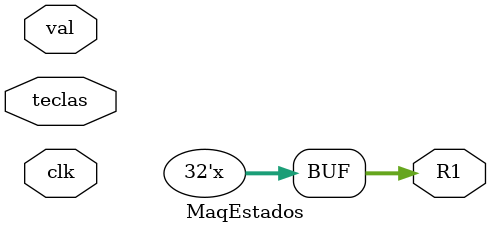
<source format=v>
module MaqEstados (teclas, val, clk, R1);
  input [4:0] teclas;
  input val, clk;
  output reg [31:0] R1;
  reg [4:0] CodTec;
  reg [1:0] EstadoPresente, ProximoEstado;
  
  parameter //Codificacion de los estados
    Estado0 = 2'b00,
    Estado1 = 2'b01,
    Estado2 = 2'b10;
  
  initial ProximoEstado = Estado0; //Al hacer un reset tenemos que comenzar en el estado 0
  
  always @(posedge clk) //Este deberia ser el registro de estado
    #3 EstadoPresente = ProximoEstado;
	
  //always @(*) //Este always produce un resultado incorrecto pues hace que R1 y CodTec sean parte de las entradas de la maquina de estados
  always @(val or EstadoPresente) //Esto es logica combinacional para generar el proximo estado y las salidas de la maquina de estados
    case (EstadoPresente)
      Estado0: begin
	  	if (val==1) begin
		  CodTec <= teclas; //Esto se transfiere tan pronto como val se haga 1, es decir, no esta controlado por el reloj clk
		  ProximoEstado = Estado1;
		end
		else
		  ProximoEstado = Estado0;
	  end
	  
      Estado1: begin
	  	if (val==0) begin
	      R1 <= {R1[27:0], CodTec[3:0]}; //Desplazamiento de 4 bits. Se hace la transferencia tan pronto como val se hace cero
		  ProximoEstado = Estado0;
		end
		else
		  ProximoEstado = Estado1;
	  end
	  
      Estado2: begin //Este estado no es necesario!!!!!!!
	  	if (val==0)
		  ProximoEstado = Estado0;
		else
		  ProximoEstado = Estado2;
	  end
	  
      default:
        ProximoEstado = Estado0; //Esta es una maquina de estados magica que siempre se inicializa si se pierde.. je je
    endcase
endmodule

</source>
